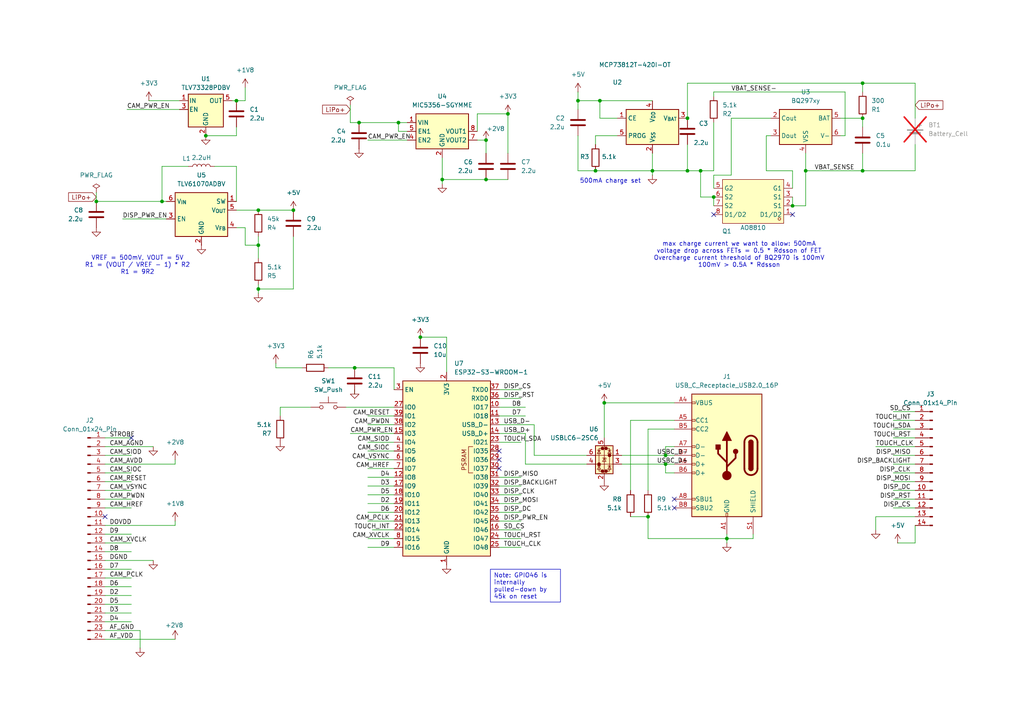
<source format=kicad_sch>
(kicad_sch (version 20231120) (generator "eeschema") (generator_version "8.0")
  (paper "A4")
  (title_block (title "locket") (date "2025-02-22") (rev "1"))
  (lib_symbols
    (symbol "Battery_Management:BQ297xy"
      (property "Reference" "U" (at -6.35 6.35 0))
      (property "Value" "BQ297xy" (at 5.08 -6.35 0))
      (symbol "BQ297xy_1_1"
        (pin no_connect line (at 7.62 0 180) (length 2.54) hide (name "NC") (number "1"))
        (pin output line (at 10.16 2.54 180) (length 2.54) (name "Cout") (number "2"))
        (pin output line (at 10.16 -2.54 180) (length 2.54) (name "Dout") (number "3"))
        (pin power_in line (at 0 -7.62 90) (length 2.54) (name "VSS") (number "4"))
        (pin input line (at -10.16 2.54 0) (length 2.54) (name "BAT") (number "5"))
        (pin input line (at -10.16 -2.54 0) (length 2.54) (name "V-") (number "6"))
      )
    )
    (symbol "Battery_Management:MCP73812T-420I-OT"
      (property "Reference" "U" (at -6.35 6.35 0))
      (property "Value" "MCP73812T-420I-OT" (at 1.27 6.35 0))
      (symbol "MCP73812T-420I-OT_1_1"
        (pin input line (at -10.16 2.54 0) (length 2.54) (name "CE") (number "1"))
        (pin power_in line (at 0 -7.62 90) (length 2.54) (name "V_{SS}") (number "2"))
        (pin power_out line (at 10.16 2.54 180) (length 2.54) (name "V_{BAT}") (number "3"))
        (pin power_in line (at 0 7.62 270) (length 2.54) (name "V_{DD}") (number "4"))
        (pin input line (at -10.16 -2.54 0) (length 2.54) (name "PROG") (number "5"))
      )
    )
    (symbol "Connector:Conn_01x14_Pin" (pin_names (offset 1.016) hide)
      (property "Reference" "J" (at 0 17.78 0))
      (property "Value" "Conn_01x14_Pin" (at 0 -20.32 0))
      (symbol "Conn_01x14_Pin_1_1"
        (pin passive line (at 5.08 15.24 180) (length 3.81) (name "Pin_1") (number "1"))
        (pin passive line (at 5.08 -7.62 180) (length 3.81) (name "Pin_10") (number "10"))
        (pin passive line (at 5.08 -10.16 180) (length 3.81) (name "Pin_11") (number "11"))
        (pin passive line (at 5.08 -12.7 180) (length 3.81) (name "Pin_12") (number "12"))
        (pin passive line (at 5.08 -15.24 180) (length 3.81) (name "Pin_13") (number "13"))
        (pin passive line (at 5.08 -17.78 180) (length 3.81) (name "Pin_14") (number "14"))
        (pin passive line (at 5.08 12.7 180) (length 3.81) (name "Pin_2") (number "2"))
        (pin passive line (at 5.08 10.16 180) (length 3.81) (name "Pin_3") (number "3"))
        (pin passive line (at 5.08 7.62 180) (length 3.81) (name "Pin_4") (number "4"))
        (pin passive line (at 5.08 5.08 180) (length 3.81) (name "Pin_5") (number "5"))
        (pin passive line (at 5.08 2.54 180) (length 3.81) (name "Pin_6") (number "6"))
        (pin passive line (at 5.08 0 180) (length 3.81) (name "Pin_7") (number "7"))
        (pin passive line (at 5.08 -2.54 180) (length 3.81) (name "Pin_8") (number "8"))
        (pin passive line (at 5.08 -5.08 180) (length 3.81) (name "Pin_9") (number "9"))
      )
    )
    (symbol "Connector:Conn_01x24_Pin" (pin_names (offset 1.016) hide)
      (property "Reference" "J" (at 0 30.48 0))
      (property "Value" "Conn_01x24_Pin" (at 0 -33.02 0))
      (symbol "Conn_01x24_Pin_1_1"
        (pin passive line (at 5.08 27.94 180) (length 3.81) (name "Pin_1") (number "1"))
        (pin passive line (at 5.08 5.08 180) (length 3.81) (name "Pin_10") (number "10"))
        (pin passive line (at 5.08 2.54 180) (length 3.81) (name "Pin_11") (number "11"))
        (pin passive line (at 5.08 0 180) (length 3.81) (name "Pin_12") (number "12"))
        (pin passive line (at 5.08 -2.54 180) (length 3.81) (name "Pin_13") (number "13"))
        (pin passive line (at 5.08 -5.08 180) (length 3.81) (name "Pin_14") (number "14"))
        (pin passive line (at 5.08 -7.62 180) (length 3.81) (name "Pin_15") (number "15"))
        (pin passive line (at 5.08 -10.16 180) (length 3.81) (name "Pin_16") (number "16"))
        (pin passive line (at 5.08 -12.7 180) (length 3.81) (name "Pin_17") (number "17"))
        (pin passive line (at 5.08 -15.24 180) (length 3.81) (name "Pin_18") (number "18"))
        (pin passive line (at 5.08 -17.78 180) (length 3.81) (name "Pin_19") (number "19"))
        (pin passive line (at 5.08 25.4 180) (length 3.81) (name "Pin_2") (number "2"))
        (pin passive line (at 5.08 -20.32 180) (length 3.81) (name "Pin_20") (number "20"))
        (pin passive line (at 5.08 -22.86 180) (length 3.81) (name "Pin_21") (number "21"))
        (pin passive line (at 5.08 -25.4 180) (length 3.81) (name "Pin_22") (number "22"))
        (pin passive line (at 5.08 -27.94 180) (length 3.81) (name "Pin_23") (number "23"))
        (pin passive line (at 5.08 -30.48 180) (length 3.81) (name "Pin_24") (number "24"))
        (pin passive line (at 5.08 22.86 180) (length 3.81) (name "Pin_3") (number "3"))
        (pin passive line (at 5.08 20.32 180) (length 3.81) (name "Pin_4") (number "4"))
        (pin passive line (at 5.08 17.78 180) (length 3.81) (name "Pin_5") (number "5"))
        (pin passive line (at 5.08 15.24 180) (length 3.81) (name "Pin_6") (number "6"))
        (pin passive line (at 5.08 12.7 180) (length 3.81) (name "Pin_7") (number "7"))
        (pin passive line (at 5.08 10.16 180) (length 3.81) (name "Pin_8") (number "8"))
        (pin passive line (at 5.08 7.62 180) (length 3.81) (name "Pin_9") (number "9"))
      )
    )
    (symbol "Connector:USB_C_Receptacle_USB2.0_16P" (pin_names (offset 1.016))
      (property "Reference" "J" (at 0 22.225 0))
      (property "Value" "USB_C_Receptacle_USB2.0_16P" (at 0 19.685 0))
      (symbol "USB_C_Receptacle_USB2.0_16P_1_1"
        (pin passive line (at 0 -22.86 90) (length 5.08) (name "GND") (number "A1"))
        (pin passive line (at 0 -22.86 90) (length 5.08) hide (name "GND") (number "A12"))
        (pin passive line (at 15.24 15.24 180) (length 5.08) (name "VBUS") (number "A4"))
        (pin bidirectional line (at 15.24 10.16 180) (length 5.08) (name "CC1") (number "A5"))
        (pin bidirectional line (at 15.24 -2.54 180) (length 5.08) (name "D+") (number "A6"))
        (pin bidirectional line (at 15.24 2.54 180) (length 5.08) (name "D-") (number "A7"))
        (pin bidirectional line (at 15.24 -12.7 180) (length 5.08) (name "SBU1") (number "A8"))
        (pin passive line (at 15.24 15.24 180) (length 5.08) hide (name "VBUS") (number "A9"))
        (pin passive line (at 0 -22.86 90) (length 5.08) hide (name "GND") (number "B1"))
        (pin passive line (at 0 -22.86 90) (length 5.08) hide (name "GND") (number "B12"))
        (pin passive line (at 15.24 15.24 180) (length 5.08) hide (name "VBUS") (number "B4"))
        (pin bidirectional line (at 15.24 7.62 180) (length 5.08) (name "CC2") (number "B5"))
        (pin bidirectional line (at 15.24 -5.08 180) (length 5.08) (name "D+") (number "B6"))
        (pin bidirectional line (at 15.24 0 180) (length 5.08) (name "D-") (number "B7"))
        (pin bidirectional line (at 15.24 -15.24 180) (length 5.08) (name "SBU2") (number "B8"))
        (pin passive line (at 15.24 15.24 180) (length 5.08) hide (name "VBUS") (number "B9"))
        (pin passive line (at -7.62 -22.86 90) (length 5.08) (name "SHIELD") (number "S1"))
      )
    )
    (symbol "Device:Battery_Cell" (pin_numbers hide) (pin_names (offset 0) hide)
      (property "Reference" "BT" (at 2.54 2.54 0))
      (property "Value" "Battery_Cell" (at 2.54 0 0))
      (symbol "Battery_Cell_1_1"
        (pin passive line (at 0 5.08 270) (length 2.54) (name "+") (number "1"))
        (pin passive line (at 0 -2.54 90) (length 2.54) (name "-") (number "2"))
      )
    )
    (symbol "Device:C" (pin_numbers hide) (pin_names (offset 0.254))
      (property "Reference" "C" (at 0.635 2.54 0))
      (property "Value" "C" (at 0.635 -2.54 0))
      (symbol "C_1_1"
        (pin passive line (at 0 3.81 270) (length 2.794) (name "~") (number "1"))
        (pin passive line (at 0 -3.81 90) (length 2.794) (name "~") (number "2"))
      )
    )
    (symbol "Device:L" (pin_numbers hide) (pin_names (offset 1.016) hide)
      (property "Reference" "L" (at -1.27 0 90))
      (property "Value" "L" (at 1.905 0 90))
      (symbol "L_1_1"
        (pin passive line (at 0 3.81 270) (length 1.27) (name "1") (number "1"))
        (pin passive line (at 0 -3.81 90) (length 1.27) (name "2") (number "2"))
      )
    )
    (symbol "Device:R" (pin_numbers hide) (pin_names (offset 0))
      (property "Reference" "R" (at 2.032 0 90))
      (property "Value" "R" (at 0 0 90))
      (symbol "R_1_1"
        (pin passive line (at 0 3.81 270) (length 1.27) (name "~") (number "1"))
        (pin passive line (at 0 -3.81 90) (length 1.27) (name "~") (number "2"))
      )
    )
    (symbol "New_Library:AO8810"
      (property "Reference" "Q" (at 0 0 0))
      (symbol "AO8810_1_0"
        (pin unspecified line (at -12.7 3.81 0) (length 2.54) (name "D1/D2") (number "1"))
        (pin unspecified line (at -12.7 1.27 0) (length 2.54) (name "S1") (number "2"))
        (pin unspecified line (at -12.7 -1.27 0) (length 2.54) (name "S1") (number "3"))
        (pin unspecified line (at -12.7 -3.81 0) (length 2.54) (name "G1") (number "4"))
        (pin unspecified line (at 10.16 -3.81 180) (length 2.54) (name "G2") (number "5"))
        (pin unspecified line (at 10.16 -1.27 180) (length 2.54) (name "S2") (number "6"))
        (pin unspecified line (at 10.16 1.27 180) (length 2.54) (name "S2") (number "7"))
        (pin unspecified line (at 10.16 3.81 180) (length 2.54) (name "D1/D2") (number "8"))
      )
    )
    (symbol "Power_Protection:USBLC6-2SC6" (pin_names hide)
      (property "Reference" "U" (at 0.635 5.715 0))
      (property "Value" "USBLC6-2SC6" (at 0.635 3.81 0))
      (symbol "USBLC6-2SC6_1_1"
        (pin passive line (at -5.08 0 0) (length 2.54) (name "I/O1") (number "1"))
        (pin passive line (at 0 -7.62 90) (length 2.54) (name "GND") (number "2"))
        (pin passive line (at -5.08 -2.54 0) (length 2.54) (name "I/O2") (number "3"))
        (pin passive line (at 5.08 -2.54 180) (length 2.54) (name "I/O2") (number "4"))
        (pin passive line (at 0 5.08 270) (length 2.54) (name "VBUS") (number "5"))
        (pin passive line (at 5.08 0 180) (length 2.54) (name "I/O1") (number "6"))
      )
    )
    (symbol "RF_Module:ESP32-S3-WROOM-1"
      (property "Reference" "U" (at -12.7 26.67 0))
      (property "Value" "ESP32-S3-WROOM-1" (at 12.7 26.67 0))
      (symbol "ESP32-S3-WROOM-1_0_0"
        (text "PSRAM" (at 5.08 2.54 900) (effects (font (size 1.27 1.27))))
      )
      (symbol "ESP32-S3-WROOM-1_1_1"
        (pin power_in line (at 0 -27.94 90) (length 2.54) (name "GND") (number "1"))
        (pin bidirectional line (at 15.24 17.78 180) (length 2.54) (name "IO17") (number "10"))
        (pin bidirectional line (at 15.24 15.24 180) (length 2.54) (name "IO18") (number "11"))
        (pin bidirectional line (at -15.24 -2.54 0) (length 2.54) (name "IO8") (number "12"))
        (pin bidirectional line (at 15.24 12.7 180) (length 2.54) (name "USB_D-") (number "13"))
        (pin bidirectional line (at 15.24 10.16 180) (length 2.54) (name "USB_D+") (number "14"))
        (pin bidirectional line (at -15.24 10.16 0) (length 2.54) (name "IO3") (number "15"))
        (pin bidirectional line (at 15.24 -17.78 180) (length 2.54) (name "IO46") (number "16"))
        (pin bidirectional line (at -15.24 -5.08 0) (length 2.54) (name "IO9") (number "17"))
        (pin bidirectional line (at -15.24 -7.62 0) (length 2.54) (name "IO10") (number "18"))
        (pin bidirectional line (at -15.24 -10.16 0) (length 2.54) (name "IO11") (number "19"))
        (pin power_in line (at 0 27.94 270) (length 2.54) (name "3V3") (number "2"))
        (pin bidirectional line (at -15.24 -12.7 0) (length 2.54) (name "IO12") (number "20"))
        (pin bidirectional line (at -15.24 -15.24 0) (length 2.54) (name "IO13") (number "21"))
        (pin bidirectional line (at -15.24 -17.78 0) (length 2.54) (name "IO14") (number "22"))
        (pin bidirectional line (at 15.24 7.62 180) (length 2.54) (name "IO21") (number "23"))
        (pin bidirectional line (at 15.24 -20.32 180) (length 2.54) (name "IO47") (number "24"))
        (pin bidirectional line (at 15.24 -22.86 180) (length 2.54) (name "IO48") (number "25"))
        (pin bidirectional line (at 15.24 -15.24 180) (length 2.54) (name "IO45") (number "26"))
        (pin bidirectional line (at -15.24 17.78 0) (length 2.54) (name "IO0") (number "27"))
        (pin bidirectional line (at 15.24 5.08 180) (length 2.54) (name "IO35") (number "28"))
        (pin bidirectional line (at 15.24 2.54 180) (length 2.54) (name "IO36") (number "29"))
        (pin input line (at -15.24 22.86 0) (length 2.54) (name "EN") (number "3"))
        (pin bidirectional line (at 15.24 0 180) (length 2.54) (name "IO37") (number "30"))
        (pin bidirectional line (at 15.24 -2.54 180) (length 2.54) (name "IO38") (number "31"))
        (pin bidirectional line (at 15.24 -5.08 180) (length 2.54) (name "IO39") (number "32"))
        (pin bidirectional line (at 15.24 -7.62 180) (length 2.54) (name "IO40") (number "33"))
        (pin bidirectional line (at 15.24 -10.16 180) (length 2.54) (name "IO41") (number "34"))
        (pin bidirectional line (at 15.24 -12.7 180) (length 2.54) (name "IO42") (number "35"))
        (pin bidirectional line (at 15.24 20.32 180) (length 2.54) (name "RXD0") (number "36"))
        (pin bidirectional line (at 15.24 22.86 180) (length 2.54) (name "TXD0") (number "37"))
        (pin bidirectional line (at -15.24 12.7 0) (length 2.54) (name "IO2") (number "38"))
        (pin bidirectional line (at -15.24 15.24 0) (length 2.54) (name "IO1") (number "39"))
        (pin bidirectional line (at -15.24 7.62 0) (length 2.54) (name "IO4") (number "4"))
        (pin passive line (at 0 -27.94 90) (length 2.54) hide (name "GND") (number "40"))
        (pin passive line (at 0 -27.94 90) (length 2.54) hide (name "GND") (number "41"))
        (pin bidirectional line (at -15.24 5.08 0) (length 2.54) (name "IO5") (number "5"))
        (pin bidirectional line (at -15.24 2.54 0) (length 2.54) (name "IO6") (number "6"))
        (pin bidirectional line (at -15.24 0 0) (length 2.54) (name "IO7") (number "7"))
        (pin bidirectional line (at -15.24 -20.32 0) (length 2.54) (name "IO15") (number "8"))
        (pin bidirectional line (at -15.24 -22.86 0) (length 2.54) (name "IO16") (number "9"))
      )
    )
    (symbol "Regulator_Linear:MIC5356-SGYMME"
      (property "Reference" "U" (at 0 8.89 0))
      (property "Value" "MIC5356-SGYMME" (at 0 6.35 0))
      (symbol "MIC5356-SGYMME_1_1"
        (pin power_in line (at -10.16 2.54 0) (length 2.54) (name "VIN") (number "1"))
        (pin power_in line (at 0 -7.62 90) (length 2.54) (name "GND") (number "2"))
        (pin no_connect line (at 0 5.08 270) (length 2.54) hide (name "NC") (number "3"))
        (pin input line (at -10.16 -2.54 0) (length 2.54) (name "EN2") (number "4"))
        (pin input line (at -10.16 0 0) (length 2.54) (name "EN1") (number "5"))
        (pin no_connect line (at 7.62 2.54 180) (length 2.54) hide (name "NC") (number "6"))
        (pin power_out line (at 10.16 -2.54 180) (length 2.54) (name "VOUT2") (number "7"))
        (pin power_out line (at 10.16 0 180) (length 2.54) (name "VOUT1") (number "8"))
        (pin passive line (at 0 -7.62 90) (length 2.54) hide (name "GND") (number "9"))
      )
    )
    (symbol "Regulator_Linear:TLV73328PDBV" (pin_names (offset 0.254))
      (property "Reference" "U" (at -3.81 5.715 0))
      (property "Value" "TLV73328PDBV" (at 0 5.715 0))
      (symbol "TLV73328PDBV_1_1"
        (pin power_in line (at -7.62 2.54 0) (length 2.54) (name "IN") (number "1"))
        (pin power_in line (at 0 -7.62 90) (length 2.54) (name "GND") (number "2"))
        (pin input line (at -7.62 0 0) (length 2.54) (name "EN") (number "3"))
        (pin no_connect line (at 5.08 0 180) (length 2.54) hide (name "NC") (number "4"))
        (pin power_out line (at 7.62 2.54 180) (length 2.54) (name "OUT") (number "5"))
      )
    )
    (symbol "Regulator_Switching:TLV61070ADBV"
      (property "Reference" "U" (at -7.62 8.89 0))
      (property "Value" "TLV61070ADBV" (at 0 8.89 0))
      (symbol "TLV61070ADBV_1_1"
        (pin input line (at 10.16 5.08 180) (length 2.54) (name "SW") (number "1"))
        (pin power_in line (at 0 -7.62 90) (length 2.54) (name "GND") (number "2"))
        (pin input line (at -10.16 0 0) (length 2.54) (name "EN") (number "3"))
        (pin input line (at 10.16 -2.54 180) (length 2.54) (name "V_{FB}") (number "4"))
        (pin power_out line (at 10.16 2.54 180) (length 2.54) (name "V_{OUT}") (number "5"))
        (pin power_in line (at -10.16 5.08 0) (length 2.54) (name "V_{IN}") (number "6"))
      )
    )
    (symbol "Switch:SW_Push" (pin_numbers hide) (pin_names (offset 1.016) hide)
      (property "Reference" "SW" (at 1.27 2.54 0))
      (property "Value" "SW_Push" (at 0 -1.524 0))
      (symbol "SW_Push_0_1"
        (pin passive line (at -5.08 0 0) (length 2.54) (name "1") (number "1"))
        (pin passive line (at 5.08 0 180) (length 2.54) (name "2") (number "2"))
      )
    )
    (symbol "power:+1V8" (power) (pin_numbers hide) (pin_names (offset 0) hide)
      (property "Value" "+1V8" (at 0 3.556 0))
      (symbol "+1V8_1_1"
        (pin power_in line (at 0 0 90) (length 0) (name "~") (number "1"))
      )
    )
    (symbol "power:+2V8" (power) (pin_numbers hide) (pin_names (offset 0) hide)
      (property "Value" "+2V8" (at 0 3.556 0))
      (symbol "+2V8_1_1"
        (pin power_in line (at 0 0 90) (length 0) (name "~") (number "1"))
      )
    )
    (symbol "power:+3V3" (power) (pin_numbers hide) (pin_names (offset 0) hide)
      (property "Value" "+3V3" (at 0 3.556 0))
      (symbol "+3V3_1_1"
        (pin power_in line (at 0 0 90) (length 0) (name "~") (number "1"))
      )
    )
    (symbol "power:+5V" (power) (pin_numbers hide) (pin_names (offset 0) hide)
      (property "Value" "+5V" (at 0 3.556 0))
      (symbol "+5V_1_1"
        (pin power_in line (at 0 0 90) (length 0) (name "~") (number "1"))
      )
    )
    (symbol "power:GND" (power) (pin_numbers hide) (pin_names (offset 0) hide)
      (property "Value" "GND" (at 0 -3.81 0))
      (symbol "GND_1_1"
        (pin power_in line (at 0 0 270) (length 0) (name "~") (number "1"))
      )
    )
    (symbol "power:PWR_FLAG" (power) (pin_numbers hide) (pin_names (offset 0) hide)
      (property "Value" "PWR_FLAG" (at 0 3.81 0))
      (symbol "PWR_FLAG_0_0"
        (pin power_out line (at 0 0 90) (length 0) (name "~") (number "1"))
      )
    )
  )
  (junction (at 128.27 52.07))
  (junction (at 102.87 106.68))
  (junction (at 189.23 49.53))
  (junction (at 121.92 97.79))
  (junction (at 27.94 58.42))
  (junction (at 175.26 116.84))
  (junction (at 229.87 59.69))
  (junction (at 104.14 35.56))
  (junction (at 74.93 71.12))
  (junction (at 187.96 149.86))
  (junction (at 207.01 57.15))
  (junction (at 173.99 29.21))
  (junction (at 193.04 132.08))
  (junction (at 46.99 58.42))
  (junction (at 74.93 83.82))
  (junction (at 210.82 156.21))
  (junction (at 74.93 60.96))
  (junction (at 167.64 29.21))
  (junction (at 172.72 49.53))
  (junction (at 250.19 49.53))
  (junction (at 140.97 52.07))
  (junction (at 250.19 34.29))
  (junction (at 233.68 49.53))
  (junction (at 193.04 134.62))
  (junction (at 140.97 40.64))
  (junction (at 68.58 29.21))
  (junction (at 59.69 39.37))
  (junction (at 115.57 35.56))
  (junction (at 199.39 34.29))
  (junction (at 147.32 33.02))
  (junction (at 250.19 24.13))
  (junction (at 203.2 49.53))
  (junction (at 85.09 60.96))
  (junction (at 199.39 49.53))
  (no_connect (at 144.78 133.35))
  (no_connect (at 144.78 135.89))
  (no_connect (at 195.58 144.78))
  (no_connect (at 195.58 147.32))
  (no_connect (at 207.01 62.23))
  (no_connect (at 38.1 127))
  (no_connect (at 229.87 62.23))
  (no_connect (at 144.78 130.81))
  (no_connect (at 30.48 149.86))
  (wire (pts (xy 265.43 121.92) (xy 259.08 121.92)))
  (wire (pts (xy 250.19 24.13) (xy 265.43 24.13)))
  (wire (pts (xy 189.23 49.53) (xy 199.39 49.53)))
  (wire (pts (xy 30.48 144.78) (xy 38.1 144.78)))
  (wire (pts (xy 101.6 125.73) (xy 114.3 125.73)))
  (wire (pts (xy 199.39 41.91) (xy 199.39 49.53)))
  (wire (pts (xy 71.12 25.4) (xy 71.12 29.21)))
  (wire (pts (xy 114.3 135.89) (xy 106.68 135.89)))
  (wire (pts (xy 243.84 34.29) (xy 250.19 34.29)))
  (wire (pts (xy 212.09 50.8) (xy 207.01 50.8)))
  (wire (pts (xy 80.01 106.68) (xy 87.63 106.68)))
  (wire (pts (xy 27.94 55.88) (xy 27.94 58.42)))
  (wire (pts (xy 189.23 44.45) (xy 189.23 49.53)))
  (wire (pts (xy 229.87 57.15) (xy 229.87 59.69)))
  (wire (pts (xy 144.78 143.51) (xy 151.13 143.51)))
  (wire (pts (xy 167.64 26.67) (xy 167.64 29.21)))
  (wire (pts (xy 259.08 137.16) (xy 265.43 137.16)))
  (wire (pts (xy 195.58 137.16) (xy 193.04 137.16)))
  (wire (pts (xy 199.39 49.53) (xy 203.2 49.53)))
  (wire (pts (xy 254 149.86) (xy 254 153.67)))
  (wire (pts (xy 36.83 31.75) (xy 52.07 31.75)))
  (wire (pts (xy 101.6 30.48) (xy 101.6 35.56)))
  (wire (pts (xy 173.99 29.21) (xy 189.23 29.21)))
  (wire (pts (xy 170.18 134.62) (xy 152.4 134.62)))
  (wire (pts (xy 250.19 49.53) (xy 265.43 49.53)))
  (wire (pts (xy 102.87 114.3) (xy 102.87 113.03)))
  (wire (pts (xy 128.27 52.07) (xy 128.27 45.72)))
  (wire (pts (xy 30.48 142.24) (xy 38.1 142.24)))
  (wire (pts (xy 74.93 83.82) (xy 74.93 82.55)))
  (wire (pts (xy 265.43 49.53) (xy 265.43 41.91)))
  (wire (pts (xy 114.3 140.97) (xy 106.68 140.97)))
  (wire (pts (xy 74.93 83.82) (xy 85.09 83.82)))
  (wire (pts (xy 114.3 123.19) (xy 106.68 123.19)))
  (wire (pts (xy 100.33 118.11) (xy 114.3 118.11)))
  (wire (pts (xy 187.96 149.86) (xy 187.96 156.21)))
  (wire (pts (xy 218.44 156.21) (xy 218.44 154.94)))
  (wire (pts (xy 172.72 49.53) (xy 189.23 49.53)))
  (wire (pts (xy 43.18 29.21) (xy 52.07 29.21)))
  (wire (pts (xy 210.82 157.48) (xy 210.82 156.21)))
  (wire (pts (xy 104.14 35.56) (xy 115.57 35.56)))
  (wire (pts (xy 140.97 52.07) (xy 147.32 52.07)))
  (wire (pts (xy 195.58 121.92) (xy 182.88 121.92)))
  (wire (pts (xy 114.3 156.21) (xy 106.68 156.21)))
  (wire (pts (xy 233.68 59.69) (xy 233.68 49.53)))
  (wire (pts (xy 74.93 60.96) (xy 85.09 60.96)))
  (wire (pts (xy 121.92 97.79) (xy 129.54 97.79)))
  (wire (pts (xy 68.58 60.96) (xy 74.93 60.96)))
  (wire (pts (xy 265.43 152.4) (xy 265.43 157.48)))
  (wire (pts (xy 30.48 160.02) (xy 38.1 160.02)))
  (wire (pts (xy 128.27 53.34) (xy 128.27 52.07)))
  (wire (pts (xy 223.52 34.29) (xy 212.09 34.29)))
  (wire (pts (xy 212.09 34.29) (xy 212.09 50.8)))
  (wire (pts (xy 193.04 129.54) (xy 193.04 132.08)))
  (wire (pts (xy 30.48 154.94) (xy 38.1 154.94)))
  (wire (pts (xy 74.93 85.09) (xy 74.93 83.82)))
  (wire (pts (xy 80.01 105.41) (xy 80.01 106.68)))
  (wire (pts (xy 152.4 134.62) (xy 152.4 125.73)))
  (wire (pts (xy 46.99 58.42) (xy 48.26 58.42)))
  (wire (pts (xy 27.94 58.42) (xy 46.99 58.42)))
  (wire (pts (xy 68.58 39.37) (xy 59.69 39.37)))
  (wire (pts (xy 74.93 71.12) (xy 74.93 74.93)))
  (wire (pts (xy 265.43 132.08) (xy 259.08 132.08)))
  (wire (pts (xy 265.43 144.78) (xy 259.08 144.78)))
  (wire (pts (xy 222.25 49.53) (xy 229.87 49.53)))
  (wire (pts (xy 144.78 138.43) (xy 151.13 138.43)))
  (wire (pts (xy 193.04 137.16) (xy 193.04 134.62)))
  (wire (pts (xy 30.48 152.4) (xy 50.8 152.4)))
  (wire (pts (xy 40.64 182.88) (xy 40.64 187.96)))
  (wire (pts (xy 140.97 40.64) (xy 140.97 44.45)))
  (wire (pts (xy 129.54 97.79) (xy 129.54 107.95)))
  (wire (pts (xy 68.58 36.83) (xy 68.58 39.37)))
  (wire (pts (xy 67.31 29.21) (xy 68.58 29.21)))
  (wire (pts (xy 46.99 48.26) (xy 46.99 58.42)))
  (wire (pts (xy 114.3 151.13) (xy 106.68 151.13)))
  (wire (pts (xy 203.2 57.15) (xy 203.2 49.53)))
  (wire (pts (xy 68.58 58.42) (xy 68.58 48.26)))
  (wire (pts (xy 250.19 34.29) (xy 250.19 36.83)))
  (wire (pts (xy 265.43 24.13) (xy 265.43 34.29)))
  (wire (pts (xy 265.43 149.86) (xy 254 149.86)))
  (wire (pts (xy 167.64 29.21) (xy 173.99 29.21)))
  (wire (pts (xy 144.78 115.57) (xy 151.13 115.57)))
  (wire (pts (xy 193.04 132.08) (xy 180.34 132.08)))
  (wire (pts (xy 128.27 52.07) (xy 140.97 52.07)))
  (wire (pts (xy 95.25 106.68) (xy 102.87 106.68)))
  (wire (pts (xy 265.43 134.62) (xy 259.08 134.62)))
  (wire (pts (xy 68.58 29.21) (xy 71.12 29.21)))
  (wire (pts (xy 265.43 139.7) (xy 259.08 139.7)))
  (wire (pts (xy 144.78 156.21) (xy 151.13 156.21)))
  (wire (pts (xy 207.01 26.67) (xy 207.01 27.94)))
  (wire (pts (xy 195.58 129.54) (xy 193.04 129.54)))
  (wire (pts (xy 50.8 151.13) (xy 50.8 152.4)))
  (wire (pts (xy 154.94 123.19) (xy 144.78 123.19)))
  (wire (pts (xy 144.78 148.59) (xy 151.13 148.59)))
  (wire (pts (xy 245.11 26.67) (xy 245.11 39.37)))
  (wire (pts (xy 68.58 48.26) (xy 62.23 48.26)))
  (wire (pts (xy 30.48 127) (xy 38.1 127)))
  (wire (pts (xy 187.96 124.46) (xy 187.96 142.24)))
  (wire (pts (xy 30.48 165.1) (xy 38.1 165.1)))
  (wire (pts (xy 114.3 148.59) (xy 106.68 148.59)))
  (wire (pts (xy 114.3 130.81) (xy 106.68 130.81)))
  (wire (pts (xy 182.88 121.92) (xy 182.88 142.24)))
  (wire (pts (xy 207.01 35.56) (xy 207.01 49.53)))
  (wire (pts (xy 207.01 50.8) (xy 207.01 54.61)))
  (wire (pts (xy 152.4 125.73) (xy 144.78 125.73)))
  (wire (pts (xy 233.68 44.45) (xy 233.68 49.53)))
  (wire (pts (xy 114.3 138.43) (xy 106.68 138.43)))
  (wire (pts (xy 85.09 83.82) (xy 85.09 68.58)))
  (wire (pts (xy 229.87 59.69) (xy 233.68 59.69)))
  (wire (pts (xy 152.4 120.65) (xy 144.78 120.65)))
  (wire (pts (xy 167.64 49.53) (xy 172.72 49.53)))
  (wire (pts (xy 30.48 177.8) (xy 38.1 177.8)))
  (wire (pts (xy 254 129.54) (xy 265.43 129.54)))
  (wire (pts (xy 30.48 175.26) (xy 38.1 175.26)))
  (wire (pts (xy 229.87 49.53) (xy 229.87 54.61)))
  (wire (pts (xy 187.96 156.21) (xy 210.82 156.21)))
  (wire (pts (xy 144.78 140.97) (xy 151.13 140.97)))
  (wire (pts (xy 144.78 153.67) (xy 151.13 153.67)))
  (wire (pts (xy 30.48 185.42) (xy 50.8 185.42)))
  (wire (pts (xy 71.12 71.12) (xy 74.93 71.12)))
  (wire (pts (xy 223.52 39.37) (xy 222.25 39.37)))
  (wire (pts (xy 222.25 39.37) (xy 222.25 49.53)))
  (wire (pts (xy 152.4 118.11) (xy 144.78 118.11)))
  (wire (pts (xy 30.48 134.62) (xy 50.8 134.62)))
  (wire (pts (xy 90.17 118.11) (xy 81.28 118.11)))
  (wire (pts (xy 175.26 116.84) (xy 195.58 116.84)))
  (wire (pts (xy 265.43 127) (xy 259.08 127)))
  (wire (pts (xy 114.3 153.67) (xy 107.95 153.67)))
  (wire (pts (xy 114.3 143.51) (xy 106.68 143.51)))
  (wire (pts (xy 179.07 39.37) (xy 172.72 39.37)))
  (wire (pts (xy 81.28 118.11) (xy 81.28 120.65)))
  (wire (pts (xy 114.3 133.35) (xy 106.68 133.35)))
  (wire (pts (xy 114.3 120.65) (xy 106.68 120.65)))
  (wire (pts (xy 207.01 57.15) (xy 207.01 59.69)))
  (wire (pts (xy 265.43 124.46) (xy 259.08 124.46)))
  (wire (pts (xy 144.78 146.05) (xy 151.13 146.05)))
  (wire (pts (xy 114.3 128.27) (xy 106.68 128.27)))
  (wire (pts (xy 50.8 134.62) (xy 50.8 133.35)))
  (wire (pts (xy 30.48 180.34) (xy 38.1 180.34)))
  (wire (pts (xy 203.2 49.53) (xy 207.01 49.53)))
  (wire (pts (xy 144.78 158.75) (xy 151.13 158.75)))
  (wire (pts (xy 170.18 132.08) (xy 154.94 132.08)))
  (wire (pts (xy 71.12 66.04) (xy 71.12 71.12)))
  (wire (pts (xy 207.01 57.15) (xy 203.2 57.15)))
  (wire (pts (xy 144.78 113.03) (xy 151.13 113.03)))
  (wire (pts (xy 265.43 157.48) (xy 260.35 157.48)))
  (wire (pts (xy 106.68 40.64) (xy 118.11 40.64)))
  (wire (pts (xy 154.94 132.08) (xy 154.94 123.19)))
  (wire (pts (xy 173.99 34.29) (xy 179.07 34.29)))
  (wire (pts (xy 210.82 156.21) (xy 210.82 154.94)))
  (wire (pts (xy 189.23 49.53) (xy 189.23 50.8)))
  (wire (pts (xy 199.39 24.13) (xy 250.19 24.13)))
  (wire (pts (xy 138.43 33.02) (xy 147.32 33.02)))
  (wire (pts (xy 114.3 146.05) (xy 106.68 146.05)))
  (wire (pts (xy 195.58 124.46) (xy 187.96 124.46)))
  (wire (pts (xy 265.43 147.32) (xy 259.08 147.32)))
  (wire (pts (xy 195.58 134.62) (xy 193.04 134.62)))
  (wire (pts (xy 74.93 68.58) (xy 74.93 71.12)))
  (wire (pts (xy 193.04 134.62) (xy 180.34 134.62)))
  (wire (pts (xy 144.78 151.13) (xy 151.13 151.13)))
  (wire (pts (xy 182.88 149.86) (xy 187.96 149.86)))
  (wire (pts (xy 245.11 39.37) (xy 243.84 39.37)))
  (wire (pts (xy 265.43 142.24) (xy 259.08 142.24)))
  (wire (pts (xy 101.6 35.56) (xy 104.14 35.56)))
  (wire (pts (xy 30.48 132.08) (xy 38.1 132.08)))
  (wire (pts (xy 30.48 170.18) (xy 38.1 170.18)))
  (wire (pts (xy 115.57 38.1) (xy 115.57 35.56)))
  (wire (pts (xy 138.43 33.02) (xy 138.43 38.1)))
  (wire (pts (xy 147.32 33.02) (xy 147.32 44.45)))
  (wire (pts (xy 30.48 167.64) (xy 38.1 167.64)))
  (wire (pts (xy 265.43 119.38) (xy 259.08 119.38)))
  (wire (pts (xy 68.58 66.04) (xy 71.12 66.04)))
  (wire (pts (xy 114.3 158.75) (xy 106.68 158.75)))
  (wire (pts (xy 30.48 157.48) (xy 38.1 157.48)))
  (wire (pts (xy 195.58 132.08) (xy 193.04 132.08)))
  (wire (pts (xy 54.61 48.26) (xy 46.99 48.26)))
  (wire (pts (xy 30.48 182.88) (xy 40.64 182.88)))
  (wire (pts (xy 30.48 147.32) (xy 38.1 147.32)))
  (wire (pts (xy 167.64 39.37) (xy 167.64 49.53)))
  (wire (pts (xy 138.43 40.64) (xy 140.97 40.64)))
  (wire (pts (xy 144.78 128.27) (xy 151.13 128.27)))
  (wire (pts (xy 30.48 137.16) (xy 38.1 137.16)))
  (wire (pts (xy 245.11 26.67) (xy 207.01 26.67)))
  (wire (pts (xy 167.64 31.75) (xy 167.64 29.21)))
  (wire (pts (xy 35.56 63.5) (xy 48.26 63.5)))
  (wire (pts (xy 199.39 34.29) (xy 199.39 24.13)))
  (wire (pts (xy 118.11 38.1) (xy 115.57 38.1)))
  (wire (pts (xy 114.3 106.68) (xy 114.3 113.03)))
  (wire (pts (xy 250.19 44.45) (xy 250.19 49.53)))
  (wire (pts (xy 30.48 139.7) (xy 38.1 139.7)))
  (wire (pts (xy 173.99 34.29) (xy 173.99 29.21)))
  (wire (pts (xy 210.82 156.21) (xy 218.44 156.21)))
  (wire (pts (xy 30.48 129.54) (xy 44.45 129.54)))
  (wire (pts (xy 30.48 162.56) (xy 44.45 162.56)))
  (wire (pts (xy 115.57 35.56) (xy 118.11 35.56)))
  (wire (pts (xy 102.87 106.68) (xy 114.3 106.68)))
  (wire (pts (xy 30.48 172.72) (xy 38.1 172.72)))
  (wire (pts (xy 233.68 49.53) (xy 250.19 49.53)))
  (wire (pts (xy 250.19 24.13) (xy 250.19 26.67)))
  (wire (pts (xy 172.72 39.37) (xy 172.72 41.91)))
  (wire (pts (xy 175.26 127) (xy 175.26 116.84)))
  (text_box "Note: GPIO46 is internally pulled-down by 45k on reset\n" (at 142.24 165.1 0) (size 20.32 9.525) (effects (font (size 1.27 1.27)) (justify left top)))
  (text "max charge current we want to allow: 500mA\nvoltage drop across FETs = 0.5 * Rdsson of FET\nOvercharge current threshold of BQ2970 is 100mV\n100mV > 0.5A * Rdsson" (at 214.376 73.914 0) (effects (font (size 1.27 1.27))))
  (text "500mA charge set" (at 177.038 52.578 0) (effects (font (size 1.27 1.27))))
  (text "VREF = 500mV, VOUT = 5V\nR1 = (VOUT / VREF - 1) * R2\nR1 = 9R2" (at 39.878 76.962 0) (effects (font (size 1.27 1.27))))
  (label "CAM_RESET" (at 113.03 120.65 180))
  (label "USB_D-" (at 146.05 123.19 0))
  (label "D7" (at 151.13 120.65 180))
  (label "CAM_PWR_EN" (at 101.6 125.73 0))
  (label "CAM_PWDN" (at 31.75 144.78 0))
  (label "D2" (at 113.03 146.05 180))
  (label "DISP_BACKLIGHT" (at 264.16 134.62 180))
  (label "CAM_RESET" (at 31.75 139.7 0))
  (label "CAM_PWR_EN" (at 106.68 40.64 0))
  (label "USB_D+" (at 146.05 125.73 0))
  (label "D5" (at 113.03 143.51 180))
  (label "DISP_BACKLIGHT" (at 146.05 140.97 0))
  (label "DISP_PWR_EN" (at 146.05 151.13 0))
  (label "CAM_XVCLK" (at 113.03 156.21 180))
  (label "DISP_RST" (at 146.05 115.57 0))
  (label "AF_GND" (at 31.75 182.88 0))
  (label "CAM_PCLK" (at 31.75 167.64 0))
  (label "TOUCH_CLK" (at 146.05 158.75 0))
  (label "D5" (at 31.75 175.26 0))
  (label "TOUCH_SDA" (at 264.16 124.46 180))
  (label "VBAT_SENSE" (at 236.22 49.53 0))
  (label "DISP_PWR_EN" (at 35.56 63.5 0))
  (label "CAM_SIOD" (at 113.03 128.27 180))
  (label "CAM_VSYNC" (at 31.75 142.24 0))
  (label "DISP_MISO" (at 146.05 138.43 0))
  (label "TOUCH_RST" (at 264.16 127 180))
  (label "USBC_D+" (at 190.5 134.62 0))
  (label "CAM_VSYNC" (at 113.03 133.35 180))
  (label "DISP_MOSI" (at 264.16 139.7 180))
  (label "D3" (at 113.03 140.97 180))
  (label "STROBE" (at 31.75 127 0))
  (label "SD_CS" (at 264.16 119.38 180))
  (label "DISP_DC" (at 146.05 148.59 0))
  (label "DOVDD" (at 31.75 152.4 0))
  (label "CAM_AGND" (at 31.75 129.54 0))
  (label "D4" (at 31.75 180.34 0))
  (label "TOUCH_INT" (at 113.03 153.67 180))
  (label "TOUCH_SDA" (at 146.05 128.27 0))
  (label "D8" (at 151.13 118.11 180))
  (label "D2" (at 31.75 172.72 0))
  (label "CAM_PWDN" (at 113.03 123.19 180))
  (label "TOUCH_INT" (at 264.16 121.92 180))
  (label "D4" (at 113.03 138.43 180))
  (label "D6" (at 113.03 148.59 180))
  (label "TOUCH_CLK" (at 254 129.54 0))
  (label "CAM_HREF" (at 31.75 147.32 0))
  (label "D3" (at 31.75 177.8 0))
  (label "TOUCH_RST" (at 146.05 156.21 0))
  (label "DISP_CS" (at 264.16 147.32 180))
  (label "SD_CS" (at 146.05 153.67 0))
  (label "CAM_SIOD" (at 31.75 132.08 0))
  (label "D8" (at 31.75 160.02 0))
  (label "D9" (at 113.03 158.75 180))
  (label "D7" (at 31.75 165.1 0))
  (label "D6" (at 31.75 170.18 0))
  (label "DISP_CS" (at 146.05 113.03 0))
  (label "DISP_DC" (at 264.16 142.24 180))
  (label "CAM_PCLK" (at 113.03 151.13 180))
  (label "DGND" (at 31.75 162.56 0))
  (label "CAM_PWR_EN" (at 36.83 31.75 0))
  (label "CAM_XVCLK" (at 31.75 157.48 0))
  (label "D9" (at 31.75 154.94 0))
  (label "USBC_D-" (at 190.5 132.08 0))
  (label "CAM_HREF" (at 113.03 135.89 180))
  (label "CAM_SIOC" (at 31.75 137.16 0))
  (label "DISP_CLK" (at 264.16 137.16 180))
  (label "DISP_CLK" (at 146.05 143.51 0))
  (label "CAM_SIOC" (at 113.03 130.81 180))
  (label "AF_VDD" (at 31.75 185.42 0))
  (label "CAM_AVDD" (at 31.75 134.62 0))
  (label "DISP_RST" (at 264.16 144.78 180))
  (label "DISP_MISO" (at 264.16 132.08 180))
  (label "DISP_MOSI" (at 146.05 146.05 0))
  (label "VBAT_SENSE-" (at 212.09 26.67 0))
  (global_label "LiPo+" (shape input) (at 265.43 30.48 0) (property "Intersheetrefs" "${INTERSHEET_REFS}" (effects (hide yes))))
  (global_label "LiPo+" (shape input) (at 101.6 31.75 180) (property "Intersheetrefs" "${INTERSHEET_REFS}" (effects (hide yes))))
  (global_label "LiPo+" (shape input) (at 27.94 57.15 180) (property "Intersheetrefs" "${INTERSHEET_REFS}" (effects (hide yes))))
  (symbol (lib_id "Device:C") (at 250.19 40.64 0) (unit 1)
    (property "Reference" "C5" (at 254 39.3699 0) (effects (justify left)))
    (property "Value" "0.1u" (at 254 41.9099 0) (effects (justify left)))
    (property "Footprint" "Capacitor_SMD:C_0805_2012Metric" (effects (hide yes)))
    (property "Datasheet" "https://www.mouser.sg/ProductDetail/Vishay-BC-Components/A104K15X7RF5TAA?qs=sGAEpiMZZMsh%252B1woXyUXj%252BST%252Bv4fDBXaYneW0EC1poQ%3D" (effects (hide yes)))
    (property "Description" "Unpolarized capacitor" (effects (hide yes)))
  )
  (symbol (lib_id "Device:R") (at 91.44 106.68 90) (unit 1)
    (property "Reference" "R6" (at 90.1699 104.14 0) (effects (justify left)))
    (property "Value" "5.1k" (at 92.7099 104.14 0) (effects (justify left)))
    (property "Footprint" "Resistor_SMD:R_0603_1608Metric" (effects (hide yes)))
    (property "Description" "Resistor" (effects (hide yes)))
  )
  (symbol (lib_id "RF_Module:ESP32-S3-WROOM-1") (at 129.54 135.89 0) (unit 1)
    (property "Reference" "U7" (at 131.7341 105.41 0) (effects (justify left)))
    (property "Value" "ESP32-S3-WROOM-1" (at 131.7341 107.95 0) (effects (justify left)))
    (property "Footprint" "RF_Module:ESP32-S3-WROOM-1" (effects (hide yes)))
    (property "Datasheet" "https://www.espressif.com/sites/default/files/documentation/esp32-s3-wroom-1_wroom-1u_datasheet_en.pdf" (effects (hide yes)))
    (property "Description" "RF Module, ESP32-S3 SoC, Wi-Fi 802.11b/g/n, Bluetooth, BLE, 32-bit, 3.3V, onboard antenna, SMD" (effects (hide yes)))
  )
  (symbol (lib_id "Device:R") (at 207.01 31.75 0) (mirror x) (unit 1)
    (property "Reference" "R2" (at 209.55 33.0201 0) (effects (justify left)))
    (property "Value" "5.1k" (at 209.55 30.4801 0) (effects (justify left)))
    (property "Footprint" "Resistor_SMD:R_0603_1608Metric" (effects (hide yes)))
    (property "Description" "Resistor" (effects (hide yes)))
  )
  (symbol (lib_id "power:+3V3") (at 147.32 33.02 0) (unit 1)
    (property "Reference" "#PWR04" (effects (hide yes)))
    (property "Value" "+3V3" (at 147.32 27.94 0))
    (property "Description" "Power symbol creates a global label with name \"+3V3\"" (effects (hide yes)))
  )
  (symbol (lib_id "power:GND") (at 104.14 43.18 0) (unit 1)
    (property "Reference" "#PWR07" (effects (hide yes)))
    (property "Value" "GND" (effects (hide yes)))
    (property "Description" "Power symbol creates a global label with name \"GND\" , ground" (effects (hide yes)))
  )
  (symbol (lib_id "Device:R") (at 250.19 30.48 0) (mirror x) (unit 1)
    (property "Reference" "R1" (at 252.73 31.7501 0) (effects (justify left)))
    (property "Value" "300" (at 252.73 29.2101 0) (effects (justify left)))
    (property "Footprint" "Resistor_SMD:R_0805_2012Metric" (effects (hide yes)))
    (property "Description" "Resistor" (effects (hide yes)))
  )
  (symbol (lib_id "Device:R") (at 74.93 64.77 0) (mirror x) (unit 1)
    (property "Reference" "R4" (at 77.47 66.0401 0) (effects (justify left)))
    (property "Value" "45k" (at 77.47 63.5001 0) (effects (justify left)))
    (property "Footprint" "Resistor_SMD:R_0805_2012Metric" (effects (hide yes)))
    (property "Description" "Resistor" (effects (hide yes)))
  )
  (symbol (lib_id "Device:R") (at 172.72 45.72 180) (unit 1)
    (property "Reference" "R3" (at 170.942 45.466 0) (effects (justify left)))
    (property "Value" "5.1k" (at 178.816 45.466 0) (effects (justify left)))
    (property "Footprint" "Resistor_SMD:R_0603_1608Metric" (effects (hide yes)))
    (property "Description" "Resistor" (effects (hide yes)))
  )
  (symbol (lib_id "power:+1V8") (at 71.12 25.4 0) (unit 1)
    (property "Reference" "#PWR01" (effects (hide yes)))
    (property "Value" "+1V8" (at 71.12 20.32 0))
    (property "Description" "Power symbol creates a global label with name \"+1V8\"" (effects (hide yes)))
  )
  (symbol (lib_id "power:GND") (at 81.28 128.27 0) (unit 1)
    (property "Reference" "#PWR019" (effects (hide yes)))
    (property "Value" "GND" (effects (hide yes)))
    (property "Description" "Power symbol creates a global label with name \"GND\" , ground" (effects (hide yes)))
  )
  (symbol (lib_id "Device:R") (at 187.96 146.05 0) (unit 1)
    (property "Reference" "R9" (at 190.5 144.7799 0) (effects (justify left)))
    (property "Value" "5.1k" (at 190.5 147.3199 0) (effects (justify left)))
    (property "Footprint" "Resistor_SMD:R_0603_1608Metric" (effects (hide yes)))
    (property "Description" "Resistor" (effects (hide yes)))
  )
  (symbol (lib_id "Device:C") (at 27.94 62.23 0) (mirror y) (unit 1)
    (property "Reference" "C8" (at 24.13 60.9599 0) (effects (justify left)))
    (property "Value" "2.2u" (at 24.13 63.4999 0) (effects (justify left)))
    (property "Footprint" "Capacitor_SMD:C_0805_2012Metric" (effects (hide yes)))
    (property "Datasheet" "https://product.tdk.com/system/files/dam/doc/product/capacitor/ceramic/lead-mlcc/catalog/leadmlcc_halogenfree_fg_en.pdf" (effects (hide yes)))
    (property "Description" "Unpolarized capacitor" (effects (hide yes)))
  )
  (symbol (lib_id "power:GND") (at 210.82 157.48 0) (unit 1)
    (property "Reference" "#PWR024" (effects (hide yes)))
    (property "Value" "GND" (effects (hide yes)))
    (property "Description" "Power symbol creates a global label with name \"GND\" , ground" (effects (hide yes)))
  )
  (symbol (lib_id "power:GND") (at 44.45 129.54 0) (unit 1)
    (property "Reference" "#PWR020" (effects (hide yes)))
    (property "Value" "GND" (effects (hide yes)))
    (property "Description" "Power symbol creates a global label with name \"GND\" , ground" (effects (hide yes)))
  )
  (symbol (lib_id "power:GND") (at 175.26 139.7 0) (unit 1)
    (property "Reference" "#PWR022" (effects (hide yes)))
    (property "Value" "GND" (effects (hide yes)))
    (property "Description" "Power symbol creates a global label with name \"GND\" , ground" (effects (hide yes)))
  )
  (symbol (lib_id "Battery_Management:BQ297xy") (at 233.68 36.83 0) (mirror y) (unit 1)
    (property "Reference" "U3" (at 233.68 26.67 0))
    (property "Value" "BQ297xy" (at 233.68 29.21 0))
    (property "Footprint" "Package_SON:WSON-6_1.5x1.5mm_P0.5mm" (effects (hide yes)))
    (property "Datasheet" "http://www.ti.com/lit/ds/symlink/bq2970.pdf" (effects (hide yes)))
    (property "Description" "Voltage and Current Protection for Single-Cell Li-Ion and Li-Polymer Batteries" (effects (hide yes)))
  )
  (symbol (lib_id "Device:R") (at 81.28 124.46 180) (unit 1)
    (property "Reference" "R7" (at 78.74 125.7301 0) (effects (justify left)))
    (property "Value" "5.1k" (at 78.74 123.1901 0) (effects (justify left)))
    (property "Footprint" "Resistor_SMD:R_0603_1608Metric" (effects (hide yes)))
    (property "Description" "Resistor" (effects (hide yes)))
  )
  (symbol (lib_id "Connector:USB_C_Receptacle_USB2.0_16P") (at 210.82 132.08 0) (mirror y) (unit 1)
    (property "Reference" "J1" (at 210.82 109.22 0))
    (property "Value" "USB_C_Receptacle_USB2.0_16P" (at 210.82 111.76 0))
    (property "Footprint" "Connector_USB:USB_C_Receptacle_HRO_TYPE-C-31-M-12" (effects (hide yes)))
    (property "Datasheet" "https://www.usb.org/sites/default/files/documents/usb_type-c.zip" (effects (hide yes)))
    (property "Description" "USB 2.0-only 16P Type-C Receptacle connector" (effects (hide yes)))
  )
  (symbol (lib_id "power:+2V8") (at 50.8 185.42 0) (mirror y) (unit 1)
    (property "Reference" "#PWR027" (effects (hide yes)))
    (property "Value" "+2V8" (at 50.546 181.356 0))
    (property "Description" "Power symbol creates a global label with name \"+2V8\"" (effects (hide yes)))
  )
  (symbol (lib_id "Device:R") (at 182.88 146.05 0) (mirror y) (unit 1)
    (property "Reference" "R8" (at 180.34 144.7799 0) (effects (justify left)))
    (property "Value" "5.1k" (at 180.34 147.3199 0) (effects (justify left)))
    (property "Footprint" "Resistor_SMD:R_0603_1608Metric" (effects (hide yes)))
    (property "Description" "Resistor" (effects (hide yes)))
  )
  (symbol (lib_id "power:+5V") (at 175.26 116.84 0) (unit 1)
    (property "Reference" "#PWR018" (effects (hide yes)))
    (property "Value" "+5V" (at 175.26 111.76 0))
    (property "Description" "Power symbol creates a global label with name \"+5V\"" (effects (hide yes)))
  )
  (symbol (lib_id "Power_Protection:USBLC6-2SC6") (at 175.26 132.08 0) (mirror y) (unit 1)
    (property "Reference" "U6" (at 173.6089 124.46 0) (effects (justify left)))
    (property "Value" "USBLC6-2SC6" (at 173.6089 127 0) (effects (justify left)))
    (property "Footprint" "Package_TO_SOT_SMD:SOT-23-6" (effects (hide yes)))
    (property "Datasheet" "https://www.st.com/resource/en/datasheet/usblc6-2.pdf" (effects (hide yes)))
    (property "Description" "Very low capacitance ESD protection diode, 2 data-line, SOT-23-6" (effects (hide yes)))
  )
  (symbol (lib_id "Regulator_Linear:TLV73328PDBV") (at 59.69 31.75 0) (unit 1)
    (property "Reference" "U1" (at 59.69 22.86 0))
    (property "Value" "TLV73328PDBV" (at 59.69 25.4 0))
    (property "Footprint" "Package_TO_SOT_SMD:SOT-23-5" (effects (hide yes)))
    (property "Datasheet" "http://www.ti.com/lit/ds/symlink/tlv733p.pdf" (effects (hide yes)))
    (property "Description" "300mA Capacitor-Free Low Dropout Voltage Regulator, Fixed Output 2.8V, SOT-23-5" (effects (hide yes)))
  )
  (symbol (lib_id "Device:R") (at 74.93 78.74 0) (mirror x) (unit 1)
    (property "Reference" "R5" (at 77.47 80.0101 0) (effects (justify left)))
    (property "Value" "5.1k" (at 77.47 77.4701 0) (effects (justify left)))
    (property "Footprint" "Resistor_SMD:R_0603_1608Metric" (effects (hide yes)))
    (property "Description" "Resistor" (effects (hide yes)))
  )
  (symbol (lib_id "power:GND") (at 74.93 85.09 0) (unit 1)
    (property "Reference" "#PWR013" (effects (hide yes)))
    (property "Value" "GND" (effects (hide yes)))
    (property "Description" "Power symbol creates a global label with name \"GND\" , ground" (effects (hide yes)))
  )
  (symbol (lib_id "power:GND") (at 58.42 71.12 0) (unit 1)
    (property "Reference" "#PWR012" (effects (hide yes)))
    (property "Value" "GND" (effects (hide yes)))
    (property "Description" "Power symbol creates a global label with name \"GND\" , ground" (effects (hide yes)))
  )
  (symbol (lib_id "Battery_Management:MCP73812T-420I-OT") (at 189.23 36.83 0) (unit 1)
    (property "Reference" "U2" (at 179.07 23.876 0))
    (property "Value" "MCP73812T-420I-OT" (at 184.15 18.796 0))
    (property "Footprint" "Package_TO_SOT_SMD:SOT-23-5" (effects (hide yes)))
    (property "Datasheet" "http://ww1.microchip.com/downloads/en/DeviceDoc/22036b.pdf" (effects (hide yes)))
    (property "Description" "Simple, Miniature Single-Cell, Fully Integrated Li-Ion / Li-Polymer Charge Management Controllers, 50mA-500mA, 4.2V, SOT23-5" (effects (hide yes)))
  )
  (symbol (lib_id "Connector:Conn_01x14_Pin") (at 270.51 134.62 0) (mirror y) (unit 1)
    (property "Reference" "J3" (at 269.875 114.3 0))
    (property "Value" "Conn_01x14_Pin" (at 269.875 116.84 0))
    (property "Footprint" "Connector_PinSocket_2.54mm:PinSocket_1x14_P2.54mm_Vertical" (effects (hide yes)))
    (property "Description" "Generic connector, single row, 01x14, script generated" (effects (hide yes)))
  )
  (symbol (lib_id "power:GND") (at 254 153.67 0) (unit 1)
    (property "Reference" "#PWR029" (effects (hide yes)))
    (property "Value" "GND" (effects (hide yes)))
    (property "Description" "Power symbol creates a global label with name \"GND\" , ground" (effects (hide yes)))
  )
  (symbol (lib_id "power:GND") (at 40.64 187.96 0) (unit 1)
    (property "Reference" "#PWR028" (effects (hide yes)))
    (property "Value" "GND" (effects (hide yes)))
    (property "Description" "Power symbol creates a global label with name \"GND\" , ground" (effects (hide yes)))
  )
  (symbol (lib_id "power:GND") (at 44.45 162.56 0) (unit 1)
    (property "Reference" "#PWR025" (effects (hide yes)))
    (property "Value" "GND" (effects (hide yes)))
    (property "Description" "Power symbol creates a global label with name \"GND\" , ground" (effects (hide yes)))
  )
  (symbol (lib_id "Connector:Conn_01x24_Pin") (at 25.4 154.94 0) (unit 1)
    (property "Reference" "J2" (at 26.035 121.92 0))
    (property "Value" "Conn_01x24_Pin" (at 26.035 124.46 0))
    (property "Footprint" "mykicadfootprints:FPC-SMD_P0.50-24P_QCHF-SM-H2.0" (effects (hide yes)))
    (property "Description" "Generic connector, single row, 01x24, script generated" (effects (hide yes)))
  )
  (symbol (lib_id "power:+3V3") (at 80.01 105.41 0) (unit 1)
    (property "Reference" "#PWR015" (effects (hide yes)))
    (property "Value" "+3V3" (at 80.01 100.33 0))
    (property "Description" "Power symbol creates a global label with name \"+3V3\"" (effects (hide yes)))
  )
  (symbol (lib_id "power:+5V") (at 260.35 157.48 0) (unit 1)
    (property "Reference" "#PWR030" (effects (hide yes)))
    (property "Value" "+5V" (at 260.35 152.4 0))
    (property "Description" "Power symbol creates a global label with name \"+5V\"" (effects (hide yes)))
  )
  (symbol (lib_id "Device:C") (at 147.32 48.26 0) (unit 1)
    (property "Reference" "C7" (at 151.13 46.9899 0) (effects (justify left)))
    (property "Value" "2.2u" (at 151.13 49.5299 0) (effects (justify left)))
    (property "Footprint" "Capacitor_SMD:C_0805_2012Metric" (effects (hide yes)))
    (property "Datasheet" "https://product.tdk.com/system/files/dam/doc/product/capacitor/ceramic/lead-mlcc/catalog/leadmlcc_halogenfree_fg_en.pdf" (effects (hide yes)))
    (property "Description" "Unpolarized capacitor" (effects (hide yes)))
  )
  (symbol (lib_id "power:GND") (at 121.92 105.41 0) (unit 1)
    (property "Reference" "#PWR016" (effects (hide yes)))
    (property "Value" "GND" (effects (hide yes)))
    (property "Description" "Power symbol creates a global label with name \"GND\" , ground" (effects (hide yes)))
  )
  (symbol (lib_id "power:PWR_FLAG") (at 27.94 55.88 0) (unit 1)
    (property "Reference" "#FLG02" (effects (hide yes)))
    (property "Value" "PWR_FLAG" (at 27.94 50.8 0))
    (property "Description" "Special symbol for telling ERC where power comes from" (effects (hide yes)))
  )
  (symbol (lib_id "Device:C") (at 102.87 110.49 0) (unit 1)
    (property "Reference" "C11" (at 106.68 109.2199 0) (effects (justify left)))
    (property "Value" "2.2u" (at 106.68 111.7599 0) (effects (justify left)))
    (property "Footprint" "Capacitor_SMD:C_0805_2012Metric" (effects (hide yes)))
    (property "Datasheet" "https://product.tdk.com/system/files/dam/doc/product/capacitor/ceramic/lead-mlcc/catalog/leadmlcc_halogenfree_fg_en.pdf" (effects (hide yes)))
    (property "Description" "Unpolarized capacitor" (effects (hide yes)))
  )
  (symbol (lib_id "Device:C") (at 121.92 101.6 0) (unit 1)
    (property "Reference" "C10" (at 125.73 100.3299 0) (effects (justify left)))
    (property "Value" "10u" (at 125.73 102.8699 0) (effects (justify left)))
    (property "Footprint" "Capacitor_SMD:C_0805_2012Metric" (effects (hide yes)))
    (property "Description" "Unpolarized capacitor" (effects (hide yes)))
  )
  (symbol (lib_id "power:+5V") (at 167.64 26.67 0) (unit 1)
    (property "Reference" "#PWR02" (effects (hide yes)))
    (property "Value" "+5V" (at 167.64 21.59 0))
    (property "Description" "Power symbol creates a global label with name \"+5V\"" (effects (hide yes)))
  )
  (symbol (lib_id "Regulator_Linear:MIC5356-SGYMME") (at 128.27 38.1 0) (unit 1)
    (property "Reference" "U4" (at 128.27 27.94 0))
    (property "Value" "MIC5356-SGYMME" (at 128.27 30.48 0))
    (property "Footprint" "Package_SO:MSOP-8-1EP_3x3mm_P0.65mm_EP2.5x3mm_Mask1.73x2.36mm_ThermalVias" (effects (hide yes)))
    (property "Datasheet" "http://ww1.microchip.com/downloads/en/DeviceDoc/mic5355_6.pdf" (effects (hide yes)))
    (property "Description" "Dual 500mA μCap Low Dropout Micropower Linear Regulator, 3.3V/1.8V, MSOP-8" (effects (hide yes)))
  )
  (symbol (lib_id "Regulator_Switching:TLV61070ADBV") (at 58.42 63.5 0) (unit 1)
    (property "Reference" "U5" (at 58.42 50.8 0))
    (property "Value" "TLV61070ADBV" (at 58.42 53.34 0))
    (property "Footprint" "Package_TO_SOT_SMD:SOT-23-6" (effects (hide yes)))
    (property "Datasheet" "https://www.ti.com/lit/ds/symlink/tlv61070a.pdf" (effects (hide yes)))
    (property "Description" "Boost Converter, 2.5A switch current limit, 2.2-5.5V Output Voltage, 0.5-5.5V Input Voltage, SOT-23-6" (effects (hide yes)))
  )
  (symbol (lib_id "Device:Battery_Cell") (at 265.43 39.37 0) (unit 1) (dnp yes)
    (property "Reference" "BT1" (at 269.24 36.2584 0) (effects (justify left)))
    (property "Value" "Battery_Cell" (at 269.24 38.7984 0) (effects (justify left)))
    (property "Footprint" "Connector_JST:JST_XH_S2B-XH-A_1x02_P2.50mm_Horizontal" (effects (hide yes)))
    (property "Description" "Single-cell battery" (effects (hide yes)))
  )
  (symbol (lib_id "Device:C") (at 199.39 38.1 0) (unit 1)
    (property "Reference" "C3" (at 202.692 35.814 0) (effects (justify left)))
    (property "Value" "2.2u" (at 201.168 41.402 0) (effects (justify left)))
    (property "Footprint" "Capacitor_SMD:C_0805_2012Metric" (effects (hide yes)))
    (property "Datasheet" "https://product.tdk.com/system/files/dam/doc/product/capacitor/ceramic/lead-mlcc/catalog/leadmlcc_halogenfree_fg_en.pdf" (effects (hide yes)))
    (property "Description" "Unpolarized capacitor" (effects (hide yes)))
  )
  (symbol (lib_id "power:GND") (at 189.23 50.8 0) (unit 1)
    (property "Reference" "#PWR08" (effects (hide yes)))
    (property "Value" "GND" (effects (hide yes)))
    (property "Description" "Power symbol creates a global label with name \"GND\" , ground" (effects (hide yes)))
  )
  (symbol (lib_id "Device:C") (at 85.09 64.77 0) (unit 1)
    (property "Reference" "C9" (at 88.9 63.4999 0) (effects (justify left)))
    (property "Value" "2.2u" (at 88.9 66.0399 0) (effects (justify left)))
    (property "Footprint" "Capacitor_SMD:C_0805_2012Metric" (effects (hide yes)))
    (property "Datasheet" "https://product.tdk.com/system/files/dam/doc/product/capacitor/ceramic/lead-mlcc/catalog/leadmlcc_halogenfree_fg_en.pdf" (effects (hide yes)))
    (property "Description" "Unpolarized capacitor" (effects (hide yes)))
  )
  (symbol (lib_id "Device:C") (at 68.58 33.02 0) (unit 1)
    (property "Reference" "C1" (at 72.39 31.7499 0) (effects (justify left)))
    (property "Value" "2.2u" (at 72.39 34.2899 0) (effects (justify left)))
    (property "Footprint" "Capacitor_SMD:C_0805_2012Metric" (effects (hide yes)))
    (property "Datasheet" "https://product.tdk.com/system/files/dam/doc/product/capacitor/ceramic/lead-mlcc/catalog/leadmlcc_halogenfree_fg_en.pdf" (effects (hide yes)))
    (property "Description" "Unpolarized capacitor" (effects (hide yes)))
  )
  (symbol (lib_id "Device:C") (at 140.97 48.26 0) (mirror y) (unit 1)
    (property "Reference" "C6" (at 137.16 46.9899 0) (effects (justify left)))
    (property "Value" "2.2u" (at 137.16 49.5299 0) (effects (justify left)))
    (property "Footprint" "Capacitor_SMD:C_0805_2012Metric" (effects (hide yes)))
    (property "Datasheet" "https://product.tdk.com/system/files/dam/doc/product/capacitor/ceramic/lead-mlcc/catalog/leadmlcc_halogenfree_fg_en.pdf" (effects (hide yes)))
    (property "Description" "Unpolarized capacitor" (effects (hide yes)))
  )
  (symbol (lib_id "power:GND") (at 27.94 66.04 0) (unit 1)
    (property "Reference" "#PWR011" (effects (hide yes)))
    (property "Value" "GND" (effects (hide yes)))
    (property "Description" "Power symbol creates a global label with name \"GND\" , ground" (effects (hide yes)))
  )
  (symbol (lib_id "power:+3V3") (at 43.18 29.21 0) (unit 1)
    (property "Reference" "#PWR03" (effects (hide yes)))
    (property "Value" "+3V3" (at 43.18 24.13 0))
    (property "Description" "Power symbol creates a global label with name \"+3V3\"" (effects (hide yes)))
  )
  (symbol (lib_id "Switch:SW_Push") (at 95.25 118.11 0) (unit 1)
    (property "Reference" "SW1" (at 95.25 110.49 0))
    (property "Value" "SW_Push" (at 95.25 113.03 0))
    (property "Footprint" "Button_Switch_THT:SW_Slide_SPDT_Straight_CK_OS102011MS2Q" (effects (hide yes)))
    (property "Description" "Push button switch, generic, two pins" (effects (hide yes)))
  )
  (symbol (lib_id "power:+2V8") (at 50.8 133.35 0) (mirror y) (unit 1)
    (property "Reference" "#PWR021" (effects (hide yes)))
    (property "Value" "+2V8" (at 50.8 128.27 0))
    (property "Description" "Power symbol creates a global label with name \"+2V8\"" (effects (hide yes)))
  )
  (symbol (lib_id "Device:L") (at 58.42 48.26 90) (unit 1)
    (property "Reference" "L1" (at 54.102 45.974 90))
    (property "Value" "2.2uH" (at 58.42 45.72 90))
    (property "Footprint" "Inductor_SMD:L_0805_2012Metric" (effects (hide yes)))
    (property "Datasheet" "https://www.digikey.sg/en/products/detail/taiyo-yuden/NRS4018T2R2MDGJ/2648968" (effects (hide yes)))
    (property "Description" "Inductor" (effects (hide yes)))
  )
  (symbol (lib_id "New_Library:AO8810") (at 217.17 58.42 180) (unit 1)
    (property "Reference" "Q1" (at 210.82 67.056 0))
    (property "Value" "AO8810" (at 218.44 66.04 0))
    (property "Footprint" "mykicadfootprints:TSSOP-8_L4.4-W3.0-P0.65-LS6.4-BL" (effects (hide yes)))
    (property "Datasheet" "https://atta.szlcsc.com/upload/public/pdf/source/20140314/1457707013497.pdf" (effects (hide yes)))
    (property "Description" "Type:2 N-Channel Drain Source Voltage (Vdss): Continuous Drain Current (Id): Drain Source On Resistance (RDS(on)@Vgs,Id):20mΩ@4.5V,7A Power Dissipation (Pd): Gate Threshold Voltage (Vgs(th)@Id):400mV@250uA Total Gate Charge (Qg@Vgs):14nC@4.5V Input Capaci" (effects (hide yes)))
    (property "Manufacturer Part" "AO8810" (effects (hide yes)))
    (property "Manufacturer" "AOS" (effects (hide yes)))
    (property "Supplier Part" "C21426" (effects (hide yes)))
    (property "Supplier" "LCSC" (effects (hide yes)))
    (property "LCSC Part Name" "2个N沟道 耐压:20V 电流:7A" (effects (hide yes)))
  )
  (symbol (lib_id "power:+2V8") (at 140.97 40.64 0) (mirror y) (unit 1)
    (property "Reference" "#PWR06" (effects (hide yes)))
    (property "Value" "+2V8" (at 143.764 37.338 0))
    (property "Description" "Power symbol creates a global label with name \"+2V8\"" (effects (hide yes)))
  )
  (symbol (lib_id "power:+3V3") (at 121.92 97.79 0) (unit 1)
    (property "Reference" "#PWR014" (effects (hide yes)))
    (property "Value" "+3V3" (at 121.92 92.71 0))
    (property "Description" "Power symbol creates a global label with name \"+3V3\"" (effects (hide yes)))
  )
  (symbol (lib_id "power:GND") (at 129.54 163.83 0) (unit 1)
    (property "Reference" "#PWR026" (effects (hide yes)))
    (property "Value" "GND" (effects (hide yes)))
    (property "Description" "Power symbol creates a global label with name \"GND\" , ground" (effects (hide yes)))
  )
  (symbol (lib_id "power:+5V") (at 85.09 60.96 0) (unit 1)
    (property "Reference" "#PWR010" (effects (hide yes)))
    (property "Value" "+5V" (at 85.09 55.88 0))
    (property "Description" "Power symbol creates a global label with name \"+5V\"" (effects (hide yes)))
  )
  (symbol (lib_id "Device:C") (at 167.64 35.56 0) (mirror y) (unit 1)
    (property "Reference" "C2" (at 163.83 34.2899 0) (effects (justify left)))
    (property "Value" "2.2u" (at 163.83 36.8299 0) (effects (justify left)))
    (property "Footprint" "Capacitor_SMD:C_0805_2012Metric" (effects (hide yes)))
    (property "Datasheet" "https://product.tdk.com/system/files/dam/doc/product/capacitor/ceramic/lead-mlcc/catalog/leadmlcc_halogenfree_fg_en.pdf" (effects (hide yes)))
    (property "Description" "Unpolarized capacitor" (effects (hide yes)))
  )
  (symbol (lib_id "power:GND") (at 128.27 53.34 0) (unit 1)
    (property "Reference" "#PWR09" (effects (hide yes)))
    (property "Value" "GND" (effects (hide yes)))
    (property "Description" "Power symbol creates a global label with name \"GND\" , ground" (effects (hide yes)))
  )
  (symbol (lib_id "power:GND") (at 59.69 39.37 0) (unit 1)
    (property "Reference" "#PWR05" (effects (hide yes)))
    (property "Value" "GND" (effects (hide yes)))
    (property "Description" "Power symbol creates a global label with name \"GND\" , ground" (effects (hide yes)))
  )
  (symbol (lib_id "power:PWR_FLAG") (at 101.6 30.48 0) (unit 1)
    (property "Reference" "#FLG01" (effects (hide yes)))
    (property "Value" "PWR_FLAG" (at 101.6 25.4 0))
    (property "Description" "Special symbol for telling ERC where power comes from" (effects (hide yes)))
  )
  (symbol (lib_id "power:GND") (at 102.87 113.03 0) (unit 1)
    (property "Reference" "#PWR017" (effects (hide yes)))
    (property "Value" "GND" (effects (hide yes)))
    (property "Description" "Power symbol creates a global label with name \"GND\" , ground" (effects (hide yes)))
  )
  (symbol (lib_id "power:+1V8") (at 50.8 151.13 0) (unit 1)
    (property "Reference" "#PWR023" (effects (hide yes)))
    (property "Value" "+1V8" (at 50.8 146.05 0))
    (property "Description" "Power symbol creates a global label with name \"+1V8\"" (effects (hide yes)))
  )
  (symbol (lib_id "Device:C") (at 104.14 39.37 0) (mirror y) (unit 1)
    (property "Reference" "C4" (at 100.33 38.0999 0) (effects (justify left)))
    (property "Value" "2.2u" (at 100.33 40.6399 0) (effects (justify left)))
    (property "Footprint" "Capacitor_SMD:C_0805_2012Metric" (effects (hide yes)))
    (property "Datasheet" "https://product.tdk.com/system/files/dam/doc/product/capacitor/ceramic/lead-mlcc/catalog/leadmlcc_halogenfree_fg_en.pdf" (effects (hide yes)))
    (property "Description" "Unpolarized capacitor" (effects (hide yes)))
  )
)
</source>
